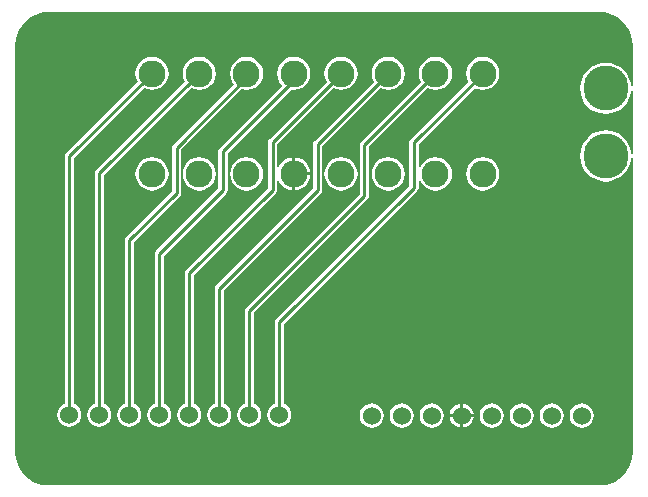
<source format=gtl>
%FSTAX23Y23*%
%MOIN*%
%SFA1B1*%

%IPPOS*%
%ADD10C,0.010000*%
%ADD11C,0.090000*%
%ADD12C,0.060000*%
%ADD13C,0.150000*%
%LNobdii-bo-1*%
%LPD*%
G36*
X00336Y00857D02*
X02175D01*
X02191Y00856*
X02207Y00852*
X02223Y00845*
X02238Y00836*
X02251Y00825*
X02262Y00812*
X02271Y00797*
X02278Y00781*
X02282Y00765*
X02283Y00748*
X02283Y00748*
Y0061*
X02278Y0061*
X02277Y00619*
X02272Y00635*
X02265Y0065*
X02254Y00663*
X02241Y00674*
X02226Y00681*
X0221Y00686*
X02194Y00688*
X02177Y00686*
X02161Y00681*
X02146Y00674*
X02133Y00663*
X02122Y0065*
X02115Y00635*
X0211Y00619*
X02108Y00603*
X0211Y00586*
X02115Y0057*
X02122Y00555*
X02133Y00542*
X02146Y00531*
X02161Y00524*
X02177Y00519*
X02194Y00517*
X0221Y00519*
X02226Y00524*
X02241Y00531*
X02254Y00542*
X02265Y00555*
X02272Y0057*
X02277Y00586*
X02278Y00595*
X02283Y00595*
Y00385*
X02278Y00385*
X02277Y00394*
X02272Y0041*
X02265Y00425*
X02254Y00438*
X02241Y00449*
X02226Y00456*
X0221Y00461*
X02194Y00463*
X02177Y00461*
X02161Y00456*
X02146Y00449*
X02133Y00438*
X02122Y00425*
X02115Y0041*
X0211Y00394*
X02108Y00378*
X0211Y00361*
X02115Y00345*
X02122Y0033*
X02133Y00317*
X02146Y00306*
X02161Y00299*
X02177Y00294*
X02194Y00292*
X0221Y00294*
X02226Y00299*
X02241Y00306*
X02254Y00317*
X02265Y0033*
X02272Y00345*
X02277Y00361*
X02278Y0037*
X02283Y0037*
Y-00611*
X02283Y-00611*
X02282Y-00628*
X02278Y-00644*
X02271Y-0066*
X02262Y-00675*
X02251Y-00688*
X02238Y-00699*
X02223Y-00708*
X02207Y-00715*
X02191Y-00719*
X02174Y-0072*
X02174Y-0072*
X00336*
X00335Y-0072*
X00318Y-00719*
X00302Y-00715*
X00286Y-00708*
X00271Y-00699*
X00258Y-00688*
X00247Y-00675*
X00238Y-0066*
X00231Y-00644*
X00227Y-00628*
X00226Y-00615*
X00226Y-00611*
Y-0061*
Y-00606*
Y00748*
X00226Y00748*
X00227Y00765*
X00231Y00781*
X00238Y00797*
X00247Y00812*
X00258Y00825*
X00271Y00836*
X00286Y00845*
X00302Y00852*
X00318Y00856*
X00335Y00857*
X00336Y00857*
G37*
%LNobdii-bo-2*%
%LPC*%
G36*
X01784Y00708D02*
X01769Y00706D01*
X01756Y007*
X01744Y00691*
X01735Y0068*
X0173Y00667*
X01728Y00652*
X0173Y00638*
X01735Y00625*
X01544Y00434*
X0154Y00429*
X01539Y00423*
Y00278*
X01095Y-00166*
X01091Y-00171*
X0109Y-00177*
Y-00449*
X01085Y-00451*
X01077Y-00457*
X01071Y-00465*
X01067Y-00475*
X01065Y-00486*
X01067Y-00496*
X01071Y-00506*
X01077Y-00514*
X01085Y-0052*
X01095Y-00524*
X01106Y-00526*
X01116Y-00524*
X01126Y-0052*
X01134Y-00514*
X0114Y-00506*
X01144Y-00496*
X01146Y-00486*
X01144Y-00475*
X0114Y-00465*
X01134Y-00457*
X01126Y-00451*
X01121Y-00449*
Y-00183*
X01565Y00261*
X01569Y00266*
X0157Y00272*
Y00296*
X01575Y00297*
X01578Y0029*
X01587Y00278*
X01598Y00269*
X01612Y00264*
X01626Y00262*
X0164Y00264*
X01654Y00269*
X01665Y00278*
X01674Y0029*
X0168Y00303*
X01681Y00318*
X0168Y00332*
X01674Y00345*
X01665Y00357*
X01654Y00366*
X0164Y00371*
X01626Y00373*
X01612Y00371*
X01598Y00366*
X01587Y00357*
X01578Y00345*
X01575Y00338*
X0157Y00339*
Y00417*
X01757Y00604*
X01769Y00599*
X01784Y00597*
X01798Y00599*
X01811Y00604*
X01823Y00613*
X01832Y00624*
X01837Y00638*
X01839Y00652*
X01837Y00667*
X01832Y0068*
X01823Y00691*
X01811Y007*
X01798Y00706*
X01784Y00708*
G37*
G36*
X01626D02*
X01612Y00706D01*
X01598Y007*
X01587Y00691*
X01578Y0068*
X01572Y00667*
X01571Y00652*
X01572Y00638*
X01578Y00625*
X01378Y00425*
X01374Y0042*
X01373Y00415*
Y0025*
X00995Y-00128*
X00991Y-00133*
X0099Y-00139*
Y-00449*
X00985Y-00451*
X00977Y-00457*
X00971Y-00465*
X00967Y-00475*
X00965Y-00486*
X00967Y-00496*
X00971Y-00506*
X00977Y-00514*
X00985Y-0052*
X00995Y-00524*
X01006Y-00526*
X01016Y-00524*
X01026Y-0052*
X01034Y-00514*
X0104Y-00506*
X01044Y-00496*
X01046Y-00486*
X01044Y-00475*
X0104Y-00465*
X01034Y-00457*
X01026Y-00451*
X01021Y-00449*
Y-00145*
X01399Y00233*
X01403Y00238*
X01404Y00244*
Y00408*
X01599Y00604*
X01612Y00599*
X01626Y00597*
X0164Y00599*
X01654Y00604*
X01665Y00613*
X01674Y00624*
X0168Y00638*
X01681Y00652*
X0168Y00667*
X01674Y0068*
X01665Y00691*
X01654Y007*
X0164Y00706*
X01626Y00708*
G37*
G36*
X01469D02*
X01454Y00706D01*
X01441Y007*
X01429Y00691*
X01421Y0068*
X01415Y00667*
X01413Y00652*
X01415Y00638*
X0142Y00625*
X01223Y00428*
X01219Y00423*
X01218Y00417*
Y00269*
X00895Y-00054*
X00891Y-00059*
X0089Y-00065*
Y-00449*
X00885Y-00451*
X00877Y-00457*
X00871Y-00465*
X00867Y-00475*
X00865Y-00486*
X00867Y-00496*
X00871Y-00506*
X00877Y-00514*
X00885Y-0052*
X00895Y-00524*
X00906Y-00526*
X00916Y-00524*
X00926Y-0052*
X00934Y-00514*
X0094Y-00506*
X00944Y-00496*
X00946Y-00486*
X00944Y-00475*
X0094Y-00465*
X00934Y-00457*
X00926Y-00451*
X00921Y-00449*
Y-00071*
X01244Y00252*
X01248Y00257*
X01249Y00263*
Y00411*
X01442Y00604*
X01454Y00599*
X01469Y00597*
X01483Y00599*
X01496Y00604*
X01508Y00613*
X01517Y00624*
X01522Y00638*
X01524Y00652*
X01522Y00667*
X01517Y0068*
X01508Y00691*
X01496Y007*
X01483Y00706*
X01469Y00708*
G37*
G36*
X01311D02*
X01297Y00706D01*
X01283Y007*
X01272Y00691*
X01263Y0068*
X01257Y00667*
X01256Y00652*
X01257Y00638*
X01263Y00625*
X01073Y00435*
X01069Y0043*
X01068Y00425*
Y00271*
X00795Y-00002*
X00791Y-00007*
X0079Y-00013*
Y-00449*
X00785Y-00451*
X00777Y-00457*
X00771Y-00465*
X00767Y-00475*
X00765Y-00486*
X00767Y-00496*
X00771Y-00506*
X00777Y-00514*
X00785Y-0052*
X00795Y-00524*
X00806Y-00526*
X00816Y-00524*
X00826Y-0052*
X00834Y-00514*
X0084Y-00506*
X00844Y-00496*
X00846Y-00486*
X00844Y-00475*
X0084Y-00465*
X00834Y-00457*
X00826Y-00451*
X00821Y-00449*
Y-00019*
X01094Y00254*
X01098Y00259*
X01099Y00265*
Y00293*
X01104Y00294*
X01106Y0029*
X01114Y00278*
X01126Y00269*
X01139Y00264*
X01149Y00263*
Y00318*
Y00372*
X01139Y00371*
X01126Y00366*
X01114Y00357*
X01106Y00345*
X01104Y00341*
X01099Y00342*
Y00418*
X01284Y00604*
X01297Y00599*
X01311Y00597*
X01325Y00599*
X01339Y00604*
X0135Y00613*
X01359Y00624*
X01365Y00638*
X01367Y00652*
X01365Y00667*
X01359Y0068*
X0135Y00691*
X01339Y007*
X01325Y00706*
X01311Y00708*
G37*
G36*
X01154D02*
X01139Y00706D01*
X01126Y007*
X01114Y00691*
X01106Y0068*
X011Y00667*
X01098Y00652*
X011Y00638*
X01106Y00624*
X01114Y00613*
X01114Y00612*
X00907Y00404*
X00903Y00399*
X00902Y00394*
Y00269*
X00695Y00061*
X00691Y00056*
X0069Y00051*
Y-00449*
X00685Y-00451*
X00677Y-00457*
X00671Y-00465*
X00667Y-00475*
X00665Y-00486*
X00667Y-00496*
X00671Y-00506*
X00677Y-00514*
X00685Y-0052*
X00695Y-00524*
X00706Y-00526*
X00716Y-00524*
X00726Y-0052*
X00734Y-00514*
X0074Y-00506*
X00744Y-00496*
X00746Y-00486*
X00744Y-00475*
X0074Y-00465*
X00734Y-00457*
X00726Y-00451*
X00721Y-00449*
Y00044*
X00928Y00252*
X00932Y00257*
X00933Y00263*
Y00387*
X01144Y00598*
X01154Y00597*
X01168Y00599*
X01181Y00604*
X01193Y00613*
X01202Y00624*
X01207Y00638*
X01209Y00652*
X01207Y00667*
X01202Y0068*
X01193Y00691*
X01181Y007*
X01168Y00706*
X01154Y00708*
G37*
G36*
X00996D02*
X00982Y00706D01*
X00968Y007*
X00957Y00691*
X00948Y0068*
X00943Y00667*
X00941Y00652*
X00943Y00638*
X00948Y00624*
X00954Y00617*
X00752Y00415*
X00748Y0041*
X00747Y00405*
Y0026*
X00595Y00107*
X00591Y00102*
X0059Y00097*
Y-00449*
X00585Y-00451*
X00577Y-00457*
X00571Y-00465*
X00567Y-00475*
X00565Y-00486*
X00567Y-00496*
X00571Y-00506*
X00577Y-00514*
X00585Y-0052*
X00595Y-00524*
X00606Y-00526*
X00616Y-00524*
X00626Y-0052*
X00634Y-00514*
X0064Y-00506*
X00644Y-00496*
X00646Y-00486*
X00644Y-00475*
X0064Y-00465*
X00634Y-00457*
X00626Y-00451*
X00621Y-00449*
Y0009*
X00773Y00243*
X00777Y00248*
X00778Y00254*
Y00398*
X00979Y006*
X00982Y00599*
X00996Y00597*
X0101Y00599*
X01024Y00604*
X01035Y00613*
X01044Y00624*
X0105Y00638*
X01052Y00652*
X0105Y00667*
X01044Y0068*
X01035Y00691*
X01024Y007*
X0101Y00706*
X00996Y00708*
G37*
G36*
X00839D02*
X00824Y00706D01*
X00811Y007*
X00799Y00691*
X00791Y0068*
X00785Y00667*
X00783Y00652*
X00785Y00638*
X0079Y00625*
X00495Y0033*
X00491Y00325*
X0049Y00319*
Y-00449*
X00485Y-00451*
X00477Y-00457*
X00471Y-00465*
X00467Y-00475*
X00465Y-00486*
X00467Y-00496*
X00471Y-00506*
X00477Y-00514*
X00485Y-0052*
X00495Y-00524*
X00506Y-00526*
X00516Y-00524*
X00526Y-0052*
X00534Y-00514*
X0054Y-00506*
X00544Y-00496*
X00546Y-00486*
X00544Y-00475*
X0054Y-00465*
X00534Y-00457*
X00526Y-00451*
X00521Y-00449*
Y00313*
X00812Y00604*
X00824Y00599*
X00839Y00597*
X00853Y00599*
X00866Y00604*
X00878Y00613*
X00887Y00624*
X00892Y00638*
X00894Y00652*
X00892Y00667*
X00887Y0068*
X00878Y00691*
X00866Y007*
X00853Y00706*
X00839Y00708*
G37*
G36*
X00681D02*
X00667Y00706D01*
X00653Y007*
X00642Y00691*
X00633Y0068*
X00628Y00667*
X00626Y00652*
X00628Y00638*
X00633Y00625*
X00395Y00387*
X00391Y00382*
X0039Y00377*
Y-00449*
X00385Y-00451*
X00377Y-00457*
X00371Y-00465*
X00367Y-00475*
X00365Y-00486*
X00367Y-00496*
X00371Y-00506*
X00377Y-00514*
X00385Y-0052*
X00395Y-00524*
X00406Y-00526*
X00416Y-00524*
X00426Y-0052*
X00434Y-00514*
X0044Y-00506*
X00444Y-00496*
X00446Y-00486*
X00444Y-00475*
X0044Y-00465*
X00434Y-00457*
X00426Y-00451*
X00421Y-00449*
Y0037*
X00654Y00604*
X00667Y00599*
X00681Y00597*
X00696Y00599*
X00709Y00604*
X0072Y00613*
X00729Y00624*
X00735Y00638*
X00737Y00652*
X00735Y00667*
X00729Y0068*
X0072Y00691*
X00709Y007*
X00696Y00706*
X00681Y00708*
G37*
G36*
X01159Y00372D02*
Y00323D01*
X01208*
X01207Y00332*
X01202Y00345*
X01193Y00357*
X01181Y00366*
X01168Y00371*
X01159Y00372*
G37*
G36*
X01208Y00313D02*
X01159D01*
Y00263*
X01168Y00264*
X01181Y00269*
X01193Y00278*
X01202Y0029*
X01207Y00303*
X01208Y00313*
G37*
G36*
X01784Y00373D02*
X01769Y00371D01*
X01756Y00366*
X01744Y00357*
X01735Y00345*
X0173Y00332*
X01728Y00318*
X0173Y00303*
X01735Y0029*
X01744Y00278*
X01756Y00269*
X01769Y00264*
X01784Y00262*
X01798Y00264*
X01811Y00269*
X01823Y00278*
X01832Y0029*
X01837Y00303*
X01839Y00318*
X01837Y00332*
X01832Y00345*
X01823Y00357*
X01811Y00366*
X01798Y00371*
X01784Y00373*
G37*
G36*
X01469D02*
X01454Y00371D01*
X01441Y00366*
X01429Y00357*
X01421Y00345*
X01415Y00332*
X01413Y00318*
X01415Y00303*
X01421Y0029*
X01429Y00278*
X01441Y00269*
X01454Y00264*
X01469Y00262*
X01483Y00264*
X01496Y00269*
X01508Y00278*
X01517Y0029*
X01522Y00303*
X01524Y00318*
X01522Y00332*
X01517Y00345*
X01508Y00357*
X01496Y00366*
X01483Y00371*
X01469Y00373*
G37*
G36*
X01311D02*
X01297Y00371D01*
X01283Y00366*
X01272Y00357*
X01263Y00345*
X01257Y00332*
X01256Y00318*
X01257Y00303*
X01263Y0029*
X01272Y00278*
X01283Y00269*
X01297Y00264*
X01311Y00262*
X01325Y00264*
X01339Y00269*
X0135Y00278*
X01359Y0029*
X01365Y00303*
X01367Y00318*
X01365Y00332*
X01359Y00345*
X0135Y00357*
X01339Y00366*
X01325Y00371*
X01311Y00373*
G37*
G36*
X00996D02*
X00982Y00371D01*
X00968Y00366*
X00957Y00357*
X00948Y00345*
X00943Y00332*
X00941Y00318*
X00943Y00303*
X00948Y0029*
X00957Y00278*
X00968Y00269*
X00982Y00264*
X00996Y00262*
X0101Y00264*
X01024Y00269*
X01035Y00278*
X01044Y0029*
X0105Y00303*
X01052Y00318*
X0105Y00332*
X01044Y00345*
X01035Y00357*
X01024Y00366*
X0101Y00371*
X00996Y00373*
G37*
G36*
X00839D02*
X00824Y00371D01*
X00811Y00366*
X00799Y00357*
X00791Y00345*
X00785Y00332*
X00783Y00318*
X00785Y00303*
X00791Y0029*
X00799Y00278*
X00811Y00269*
X00824Y00264*
X00839Y00262*
X00853Y00264*
X00866Y00269*
X00878Y00278*
X00887Y0029*
X00892Y00303*
X00894Y00318*
X00892Y00332*
X00887Y00345*
X00878Y00357*
X00866Y00366*
X00853Y00371*
X00839Y00373*
G37*
G36*
X00681D02*
X00667Y00371D01*
X00653Y00366*
X00642Y00357*
X00633Y00345*
X00628Y00332*
X00626Y00318*
X00628Y00303*
X00633Y0029*
X00642Y00278*
X00653Y00269*
X00667Y00264*
X00681Y00262*
X00696Y00264*
X00709Y00269*
X0072Y00278*
X00729Y0029*
X00735Y00303*
X00737Y00318*
X00735Y00332*
X00729Y00345*
X0072Y00357*
X00709Y00366*
X00696Y00371*
X00681Y00373*
G37*
G36*
X01719Y-00448D02*
Y-00483D01*
X01753*
X01752Y-00477*
X01748Y-00467*
X01742Y-00459*
X01734Y-00453*
X01724Y-00449*
X01719Y-00448*
G37*
G36*
X01709D02*
X01703Y-00449D01*
X01693Y-00453*
X01685Y-00459*
X01679Y-00467*
X01675Y-00477*
X01674Y-00483*
X01709*
Y-00448*
G37*
G36*
Y-00493D02*
X01674D01*
X01675Y-00498*
X01679Y-00508*
X01685Y-00516*
X01693Y-00522*
X01703Y-00526*
X01709Y-00527*
Y-00493*
G37*
G36*
X01753D02*
X01719D01*
Y-00527*
X01724Y-00526*
X01734Y-00522*
X01742Y-00516*
X01748Y-00508*
X01752Y-00498*
X01753Y-00493*
G37*
G36*
X02114Y-00447D02*
X02103Y-00449D01*
X02093Y-00453*
X02085Y-00459*
X02079Y-00467*
X02075Y-00477*
X02073Y-00488*
X02075Y-00498*
X02079Y-00508*
X02085Y-00516*
X02093Y-00522*
X02103Y-00526*
X02114Y-00528*
X02124Y-00526*
X02134Y-00522*
X02142Y-00516*
X02148Y-00508*
X02152Y-00498*
X02154Y-00488*
X02152Y-00477*
X02148Y-00467*
X02142Y-00459*
X02134Y-00453*
X02124Y-00449*
X02114Y-00447*
G37*
G36*
X02014D02*
X02003Y-00449D01*
X01993Y-00453*
X01985Y-00459*
X01979Y-00467*
X01975Y-00477*
X01973Y-00488*
X01975Y-00498*
X01979Y-00508*
X01985Y-00516*
X01993Y-00522*
X02003Y-00526*
X02014Y-00528*
X02024Y-00526*
X02034Y-00522*
X02042Y-00516*
X02048Y-00508*
X02052Y-00498*
X02054Y-00488*
X02052Y-00477*
X02048Y-00467*
X02042Y-00459*
X02034Y-00453*
X02024Y-00449*
X02014Y-00447*
G37*
G36*
X01914D02*
X01903Y-00449D01*
X01893Y-00453*
X01885Y-00459*
X01879Y-00467*
X01875Y-00477*
X01873Y-00488*
X01875Y-00498*
X01879Y-00508*
X01885Y-00516*
X01893Y-00522*
X01903Y-00526*
X01914Y-00528*
X01924Y-00526*
X01934Y-00522*
X01942Y-00516*
X01948Y-00508*
X01952Y-00498*
X01954Y-00488*
X01952Y-00477*
X01948Y-00467*
X01942Y-00459*
X01934Y-00453*
X01924Y-00449*
X01914Y-00447*
G37*
G36*
X01814D02*
X01803Y-00449D01*
X01793Y-00453*
X01785Y-00459*
X01779Y-00467*
X01775Y-00477*
X01773Y-00488*
X01775Y-00498*
X01779Y-00508*
X01785Y-00516*
X01793Y-00522*
X01803Y-00526*
X01814Y-00528*
X01824Y-00526*
X01834Y-00522*
X01842Y-00516*
X01848Y-00508*
X01852Y-00498*
X01854Y-00488*
X01852Y-00477*
X01848Y-00467*
X01842Y-00459*
X01834Y-00453*
X01824Y-00449*
X01814Y-00447*
G37*
G36*
X01614D02*
X01603Y-00449D01*
X01593Y-00453*
X01585Y-00459*
X01579Y-00467*
X01575Y-00477*
X01573Y-00488*
X01575Y-00498*
X01579Y-00508*
X01585Y-00516*
X01593Y-00522*
X01603Y-00526*
X01614Y-00528*
X01624Y-00526*
X01634Y-00522*
X01642Y-00516*
X01648Y-00508*
X01652Y-00498*
X01654Y-00488*
X01652Y-00477*
X01648Y-00467*
X01642Y-00459*
X01634Y-00453*
X01624Y-00449*
X01614Y-00447*
G37*
G36*
X01514D02*
X01503Y-00449D01*
X01493Y-00453*
X01485Y-00459*
X01479Y-00467*
X01475Y-00477*
X01473Y-00488*
X01475Y-00498*
X01479Y-00508*
X01485Y-00516*
X01493Y-00522*
X01503Y-00526*
X01514Y-00528*
X01524Y-00526*
X01534Y-00522*
X01542Y-00516*
X01548Y-00508*
X01552Y-00498*
X01554Y-00488*
X01552Y-00477*
X01548Y-00467*
X01542Y-00459*
X01534Y-00453*
X01524Y-00449*
X01514Y-00447*
G37*
G36*
X01414D02*
X01403Y-00449D01*
X01393Y-00453*
X01385Y-00459*
X01379Y-00467*
X01375Y-00477*
X01373Y-00488*
X01375Y-00498*
X01379Y-00508*
X01385Y-00516*
X01393Y-00522*
X01403Y-00526*
X01414Y-00528*
X01424Y-00526*
X01434Y-00522*
X01442Y-00516*
X01448Y-00508*
X01452Y-00498*
X01454Y-00488*
X01452Y-00477*
X01448Y-00467*
X01442Y-00459*
X01434Y-00453*
X01424Y-00449*
X01414Y-00447*
G37*
%LNobdii-bo-3*%
%LPD*%
G54D10*
X01555Y00423D02*
X01784Y00652D01*
X01555Y00272D02*
Y00423D01*
X01106Y-00177D02*
X01555Y00272D01*
X01106Y-00486D02*
Y-00177D01*
X01389Y00415D02*
X01626Y00652D01*
X01389Y00244D02*
Y00415D01*
X01006Y-00139D02*
X01389Y00244D01*
X01006Y-00486D02*
Y-00139D01*
X01234Y00417D02*
X01469Y00652D01*
X01234Y00263D02*
Y00417D01*
X00906Y-00065D02*
X01234Y00263D01*
X00906Y-00486D02*
Y-00065D01*
X01084Y00425D02*
X01311Y00652D01*
X01084Y00265D02*
Y00425D01*
X00806Y-00013D02*
X01084Y00265D01*
X00806Y-00486D02*
Y-00013D01*
X01154Y0063D02*
Y00652D01*
X00918Y00394D02*
X01154Y0063D01*
X00918Y00263D02*
Y00394D01*
X00706Y00051D02*
X00918Y00263D01*
X00706Y-00486D02*
Y00051D01*
X00996Y00638D02*
Y00652D01*
X00763Y00405D02*
X00996Y00638D01*
X00763Y00254D02*
Y00405D01*
X00606Y00097D02*
X00763Y00254D01*
X00606Y-00486D02*
Y00097D01*
X00506Y00319D02*
X00839Y00652D01*
X00506Y-00486D02*
Y00319D01*
X00406Y00377D02*
X00681Y00652D01*
X00406Y-00486D02*
Y00377D01*
G54D11*
X01784Y00318D03*
X01626D03*
X01469D03*
X01311D03*
X01154D03*
X00996D03*
X00839D03*
X00681D03*
Y00652D03*
X00839D03*
X00996D03*
X01154D03*
X01311D03*
X01469D03*
X01626D03*
X01784D03*
G54D12*
X01414Y-00488D03*
X01514D03*
X01714D03*
X01814D03*
X01914D03*
X02014D03*
X02114D03*
X01614D03*
X00406Y-00486D03*
X00506D03*
X00706D03*
X00806D03*
X00906D03*
X01006D03*
X01106D03*
X00606D03*
G54D13*
X02194Y00603D03*
Y00378D03*
M02*
</source>
